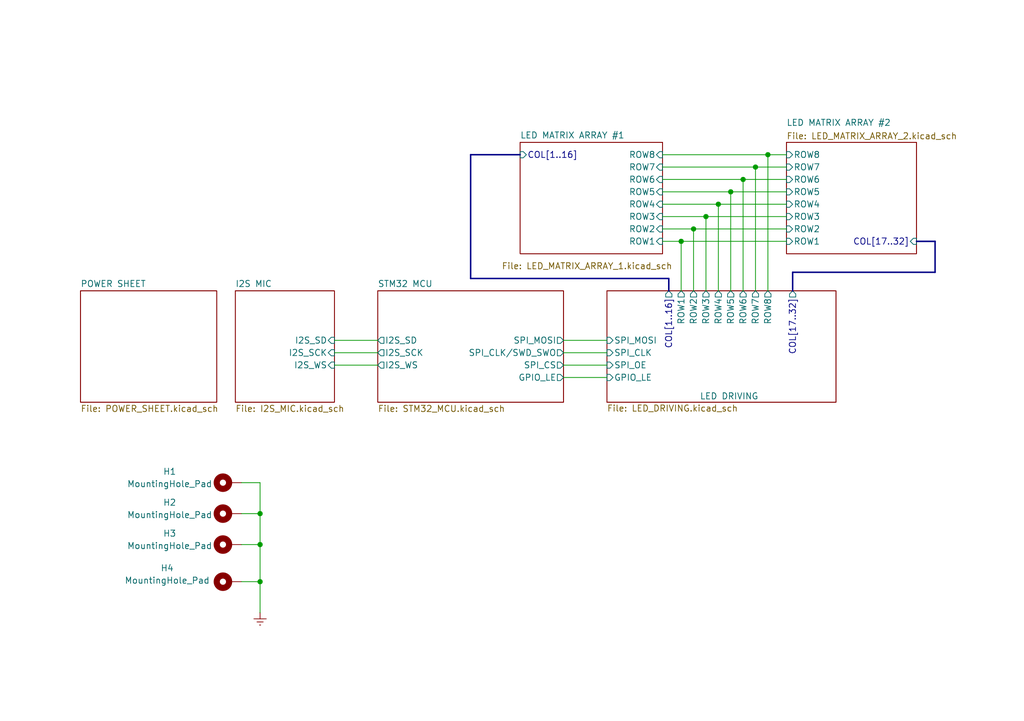
<source format=kicad_sch>
(kicad_sch (version 20250114) (generator "eeschema") (generator_version "9.0")
  (paper "A5")
  (title_block (title "Spekky Matrix Schematic") (date "2025-06-14") (rev "v22"))
  (lib_symbols
    (symbol "Mechanical:MountingHole_Pad" (pin_numbers (hide yes)) (pin_names (offset 1.016) (hide yes)) (exclude_from_sim yes) (in_bom no)
      (property "Reference" "H" (at 0 6.35 0))
      (property "Value" "MountingHole_Pad" (at 0 4.445 0))
      (symbol "MountingHole_Pad_0_1"
        (circle (center 0 1.27) (radius 1.27) (stroke (width 1.27)))
      )
      (symbol "MountingHole_Pad_1_1"
        (pin input line (at 0 -2.54 90) (length 2.54) (name "1") (number "1"))
      )
    )
    (symbol "power:GNDREF" (power) (pin_numbers (hide yes)) (pin_names (offset 0) (hide yes))
      (property "Value" "GNDREF" (at 0 -3.81 0))
      (symbol "GNDREF_0_1"
        (polyline (pts (xy -0.635 -1.905) (xy 0.635 -1.905)))
        (polyline (pts (xy -0.127 -2.54) (xy 0.127 -2.54)))
        (polyline (pts (xy 0 -1.27) (xy 0 0)))
        (polyline (pts (xy 1.27 -1.27) (xy -1.27 -1.27)))
      )
      (symbol "GNDREF_1_1"
        (pin power_in line (at 0 0 270) (length 0) (name "~") (number "1"))
      )
    )
  )
  (junction (at 147.32 41.91))
  (junction (at 142.24 46.99))
  (junction (at 53.34 119.38))
  (junction (at 53.34 111.76))
  (junction (at 139.7 49.53))
  (junction (at 144.78 44.45))
  (junction (at 53.34 105.41))
  (junction (at 154.94 34.29))
  (junction (at 152.4 36.83))
  (junction (at 149.86 39.37))
  (junction (at 157.48 31.75))
  (bus (pts (xy 137.16 57.15) (xy 96.52 57.15)))
  (bus (pts (xy 96.52 57.15) (xy 96.52 31.75)))
  (wire (pts (xy 135.89 39.37) (xy 149.86 39.37)))
  (wire (pts (xy 149.86 39.37) (xy 161.29 39.37)))
  (bus (pts (xy 191.77 49.53) (xy 191.77 55.88)))
  (wire (pts (xy 115.57 77.47) (xy 124.46 77.47)))
  (wire (pts (xy 157.48 31.75) (xy 161.29 31.75)))
  (wire (pts (xy 152.4 36.83) (xy 161.29 36.83)))
  (wire (pts (xy 115.57 72.39) (xy 124.46 72.39)))
  (wire (pts (xy 135.89 46.99) (xy 142.24 46.99)))
  (wire (pts (xy 157.48 31.75) (xy 157.48 59.69)))
  (bus (pts (xy 187.96 49.53) (xy 191.77 49.53)))
  (wire (pts (xy 135.89 44.45) (xy 144.78 44.45)))
  (bus (pts (xy 162.56 59.69) (xy 162.56 55.88)))
  (wire (pts (xy 135.89 34.29) (xy 154.94 34.29)))
  (wire (pts (xy 49.53 105.41) (xy 53.34 105.41)))
  (wire (pts (xy 142.24 59.69) (xy 142.24 46.99)))
  (wire (pts (xy 154.94 34.29) (xy 161.29 34.29)))
  (wire (pts (xy 68.58 74.93) (xy 77.47 74.93)))
  (wire (pts (xy 53.34 111.76) (xy 53.34 119.38)))
  (wire (pts (xy 49.53 119.38) (xy 53.34 119.38)))
  (wire (pts (xy 68.58 69.85) (xy 77.47 69.85)))
  (wire (pts (xy 147.32 41.91) (xy 147.32 59.69)))
  (wire (pts (xy 154.94 34.29) (xy 154.94 59.69)))
  (wire (pts (xy 115.57 74.93) (xy 124.46 74.93)))
  (wire (pts (xy 49.53 111.76) (xy 53.34 111.76)))
  (wire (pts (xy 144.78 59.69) (xy 144.78 44.45)))
  (wire (pts (xy 149.86 39.37) (xy 149.86 59.69)))
  (wire (pts (xy 135.89 31.75) (xy 157.48 31.75)))
  (bus (pts (xy 162.56 55.88) (xy 191.77 55.88)))
  (wire (pts (xy 147.32 41.91) (xy 161.29 41.91)))
  (wire (pts (xy 53.34 119.38) (xy 53.34 125.73)))
  (bus (pts (xy 137.16 59.69) (xy 137.16 57.15)))
  (wire (pts (xy 115.57 69.85) (xy 124.46 69.85)))
  (wire (pts (xy 139.7 49.53) (xy 161.29 49.53)))
  (wire (pts (xy 135.89 36.83) (xy 152.4 36.83)))
  (wire (pts (xy 152.4 36.83) (xy 152.4 59.69)))
  (wire (pts (xy 135.89 41.91) (xy 147.32 41.91)))
  (bus (pts (xy 96.52 31.75) (xy 106.68 31.75)))
  (wire (pts (xy 135.89 49.53) (xy 139.7 49.53)))
  (wire (pts (xy 142.24 46.99) (xy 161.29 46.99)))
  (wire (pts (xy 49.53 99.06) (xy 53.34 99.06)))
  (wire (pts (xy 53.34 99.06) (xy 53.34 105.41)))
  (wire (pts (xy 139.7 59.69) (xy 139.7 49.53)))
  (wire (pts (xy 68.58 72.39) (xy 77.47 72.39)))
  (wire (pts (xy 144.78 44.45) (xy 161.29 44.45)))
  (wire (pts (xy 53.34 105.41) (xy 53.34 111.76)))
  (symbol (lib_id "Mechanical:MountingHole_Pad") (at 46.99 99.06 90) (unit 1) (exclude_from_sim yes) (in_bom no)
    (property "Reference" "H1" (at 34.798 96.774 90))
    (property "Value" "MountingHole_Pad" (at 34.798 99.314 90))
    (property "Footprint" "MountingHole:MountingHole_3.2mm_M3_Pad" (effects (hide yes)))
    (property "Description" "Mounting Hole with connection" (effects (hide yes)))
  )
  (symbol (lib_id "Mechanical:MountingHole_Pad") (at 46.99 119.38 90) (unit 1) (exclude_from_sim yes) (in_bom no)
    (property "Reference" "H4" (at 34.29 116.586 90))
    (property "Value" "MountingHole_Pad" (at 34.29 119.126 90))
    (property "Footprint" "MountingHole:MountingHole_3.2mm_M3_Pad" (effects (hide yes)))
    (property "Description" "Mounting Hole with connection" (effects (hide yes)))
  )
  (symbol (lib_id "Mechanical:MountingHole_Pad") (at 46.99 111.76 90) (unit 1) (exclude_from_sim yes) (in_bom no)
    (property "Reference" "H3" (at 34.798 109.474 90))
    (property "Value" "MountingHole_Pad" (at 34.798 112.014 90))
    (property "Footprint" "MountingHole:MountingHole_3.2mm_M3_Pad" (effects (hide yes)))
    (property "Description" "Mounting Hole with connection" (effects (hide yes)))
  )
  (symbol (lib_id "Mechanical:MountingHole_Pad") (at 46.99 105.41 90) (unit 1) (exclude_from_sim yes) (in_bom no)
    (property "Reference" "H2" (at 34.798 103.124 90))
    (property "Value" "MountingHole_Pad" (at 34.798 105.664 90))
    (property "Footprint" "MountingHole:MountingHole_3.2mm_M3_Pad" (effects (hide yes)))
    (property "Description" "Mounting Hole with connection" (effects (hide yes)))
  )
  (symbol (lib_id "power:GNDREF") (at 53.34 125.73 0) (unit 1)
    (property "Reference" "#PWR01" (effects (hide yes)))
    (property "Value" "GND" (effects (hide yes)))
    (property "Description" "Power symbol creates a global label with name \"GND\" , reference supply ground" (effects (hide yes)))
  )
  (sheet (at 124.46 59.69) (size 46.99 22.86) (stroke (width 0.1524))
    (property "Sheetname" "LED DRIVING" (at 143.51 82.042 0) (effects (justify left bottom)))
    (property "Sheetfile" "LED_DRIVING.kicad_sch" (at 124.46 83.058 0) (effects (justify left top)))
    (pin "SPI_MOSI" input (at 124.46 69.85 180))
    (pin "SPI_CLK" input (at 124.46 72.39 180))
    (pin "ROW5" output (at 149.86 59.69 90))
    (pin "ROW6" output (at 152.4 59.69 90))
    (pin "ROW3" output (at 144.78 59.69 90))
    (pin "ROW4" output (at 147.32 59.69 90))
    (pin "ROW8" output (at 157.48 59.69 90))
    (pin "ROW7" output (at 154.94 59.69 90))
    (pin "ROW1" output (at 139.7 59.69 90))
    (pin "ROW2" output (at 142.24 59.69 90))
    (pin "COL[1..16]" output (at 137.16 59.69 90))
    (pin "COL[17..32]" output (at 162.56 59.69 90))
    (pin "SPI_OE" input (at 124.46 74.93 180))
    (pin "GPIO_LE" input (at 124.46 77.47 180))
  )
  (sheet (at 161.29 29.21) (size 26.67 22.86) (stroke (width 0.1524))
    (property "Sheetname" "LED MATRIX ARRAY #2" (at 161.29 25.908 0) (effects (justify left bottom)))
    (property "Sheetfile" "LED_MATRIX_ARRAY_2.kicad_sch" (at 161.29 27.178 0) (effects (justify left top)))
    (pin "ROW8" input (at 161.29 31.75 180))
    (pin "ROW7" input (at 161.29 34.29 180))
    (pin "ROW6" input (at 161.29 36.83 180))
    (pin "ROW2" input (at 161.29 46.99 180))
    (pin "ROW1" input (at 161.29 49.53 180))
    (pin "ROW3" input (at 161.29 44.45 180))
    (pin "ROW5" input (at 161.29 39.37 180))
    (pin "ROW4" input (at 161.29 41.91 180))
    (pin "COL[17..32]" input (at 187.96 49.53 0))
  )
  (sheet (at 16.51 59.69) (size 27.94 22.86) (stroke (width 0.1524))
    (property "Sheetname" "POWER SHEET" (at 16.51 58.9784 0) (effects (justify left bottom)))
    (property "Sheetfile" "POWER_SHEET.kicad_sch" (at 16.51 83.1346 0) (effects (justify left top)))
  )
  (sheet (at 77.47 59.69) (size 38.1 22.86) (stroke (width 0.1524))
    (property "Sheetname" "STM32 MCU" (at 77.47 58.9784 0) (effects (justify left bottom)))
    (property "Sheetfile" "STM32_MCU.kicad_sch" (at 77.47 83.1346 0) (effects (justify left top)))
    (pin "SPI_MOSI" output (at 115.57 69.85 0))
    (pin "SPI_CS" output (at 115.57 74.93 0))
    (pin "I2S_WS" output (at 77.47 74.93 180))
    (pin "I2S_SCK" output (at 77.47 72.39 180))
    (pin "I2S_SD" output (at 77.47 69.85 180))
    (pin "SPI_CLK{slash}SWD_SWO" output (at 115.57 72.39 0))
    (pin "GPIO_LE" output (at 115.57 77.47 0))
  )
  (sheet (at 106.68 29.21) (size 29.21 22.86) (stroke (width 0.1524))
    (property "Sheetname" "LED MATRIX ARRAY #1" (at 106.68 28.4984 0) (effects (justify left bottom)))
    (property "Sheetfile" "LED_MATRIX_ARRAY_1.kicad_sch" (at 102.87 53.848 0) (effects (justify left top)))
    (pin "ROW8" input (at 135.89 31.75 0))
    (pin "ROW6" input (at 135.89 36.83 0))
    (pin "ROW7" input (at 135.89 34.29 0))
    (pin "ROW4" input (at 135.89 41.91 0))
    (pin "ROW5" input (at 135.89 39.37 0))
    (pin "ROW3" input (at 135.89 44.45 0))
    (pin "ROW2" input (at 135.89 46.99 0))
    (pin "ROW1" input (at 135.89 49.53 0))
    (pin "COL[1..16]" input (at 106.68 31.75 180))
  )
  (sheet (at 48.26 59.69) (size 20.32 22.86) (stroke (width 0.1524))
    (property "Sheetname" "I2S MIC" (at 48.26 58.9784 0) (effects (justify left bottom)))
    (property "Sheetfile" "I2S_MIC.kicad_sch" (at 48.26 83.1346 0) (effects (justify left top)))
    (pin "I2S_SD" input (at 68.58 69.85 0))
    (pin "I2S_WS" input (at 68.58 74.93 0))
    (pin "I2S_SCK" input (at 68.58 72.39 0))
  )
)
</source>
